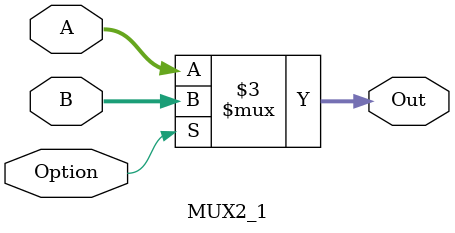
<source format=sv>
module MUX2_1#(parameter N = 32)(
	input logic [N-1:0] A, B,
	input logic Option,
	output logic [N-1:0] Out
);
always_comb begin: Multiplexor_2_1
	if(Option) begin 
		Out = B;
		end
	else begin 
		Out = A;
		end
	end
endmodule

</source>
